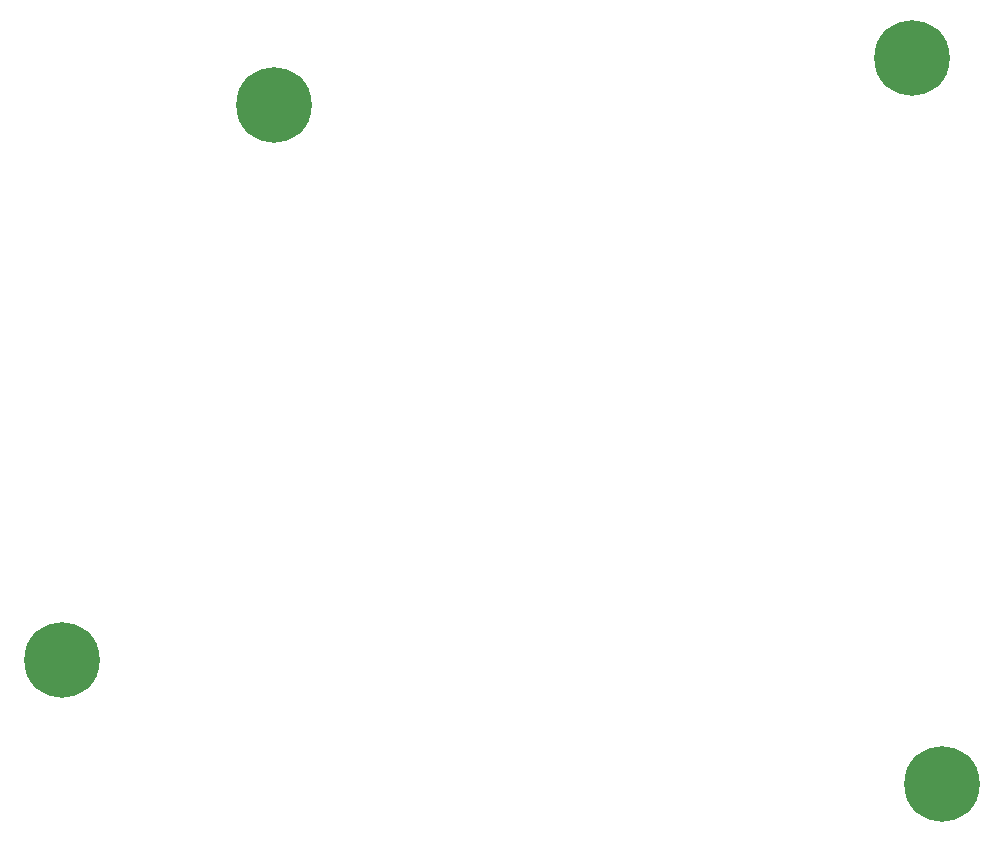
<source format=gbs>
G04 #@! TF.GenerationSoftware,KiCad,Pcbnew,(6.0.5-0)*
G04 #@! TF.CreationDate,2023-02-07T22:36:45+01:00*
G04 #@! TF.ProjectId,awokb_plate,61776f6b-625f-4706-9c61-74652e6b6963,rev?*
G04 #@! TF.SameCoordinates,Original*
G04 #@! TF.FileFunction,Soldermask,Bot*
G04 #@! TF.FilePolarity,Negative*
%FSLAX46Y46*%
G04 Gerber Fmt 4.6, Leading zero omitted, Abs format (unit mm)*
G04 Created by KiCad (PCBNEW (6.0.5-0)) date 2023-02-07 22:36:45*
%MOMM*%
%LPD*%
G01*
G04 APERTURE LIST*
%ADD10C,0.800000*%
%ADD11C,6.400000*%
G04 APERTURE END LIST*
D10*
X102600000Y-54000000D03*
D11*
X105000000Y-54000000D03*
D10*
X103302944Y-55697056D03*
X106697056Y-55697056D03*
X105000000Y-56400000D03*
X107400000Y-54000000D03*
X105000000Y-51600000D03*
X103302944Y-52302944D03*
X106697056Y-52302944D03*
X34697056Y-106697056D03*
X33000000Y-107400000D03*
D11*
X33000000Y-105000000D03*
D10*
X30600000Y-105000000D03*
X34697056Y-103302944D03*
X31302944Y-106697056D03*
X33000000Y-102600000D03*
X31302944Y-103302944D03*
X35400000Y-105000000D03*
D11*
X51000000Y-58000000D03*
D10*
X52697056Y-56302944D03*
X53400000Y-58000000D03*
X49302944Y-59697056D03*
X51000000Y-55600000D03*
X51000000Y-60400000D03*
X52697056Y-59697056D03*
X49302944Y-56302944D03*
X48600000Y-58000000D03*
X105100000Y-115500000D03*
X105802944Y-113802944D03*
X107500000Y-113100000D03*
X109197056Y-113802944D03*
X107500000Y-117900000D03*
D11*
X107500000Y-115500000D03*
D10*
X109900000Y-115500000D03*
X109197056Y-117197056D03*
X105802944Y-117197056D03*
M02*

</source>
